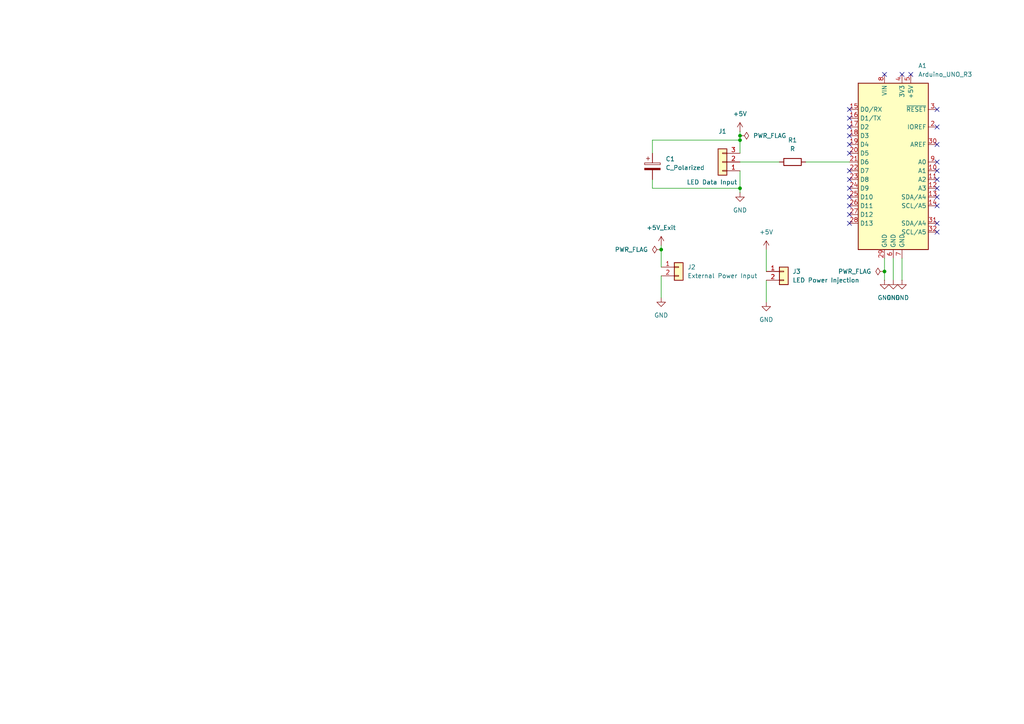
<source format=kicad_sch>
(kicad_sch
	(version 20250114)
	(generator "eeschema")
	(generator_version "9.0")
	(uuid "5495e0b6-ff8e-410d-bc4c-867af9123c48")
	(paper "A4")
	(lib_symbols
		(symbol "Connector_Generic:Conn_01x02"
			(pin_names
				(offset 1.016)
				(hide yes)
			)
			(exclude_from_sim no)
			(in_bom yes)
			(on_board yes)
			(property "Reference" "J"
				(at 0 2.54 0)
				(effects
					(font
						(size 1.27 1.27)
					)
				)
			)
			(property "Value" "Conn_01x02"
				(at 0 -5.08 0)
				(effects
					(font
						(size 1.27 1.27)
					)
				)
			)
			(property "Footprint" ""
				(at 0 0 0)
				(effects
					(font
						(size 1.27 1.27)
					)
					(hide yes)
				)
			)
			(property "Datasheet" "~"
				(at 0 0 0)
				(effects
					(font
						(size 1.27 1.27)
					)
					(hide yes)
				)
			)
			(property "Description" "Generic connector, single row, 01x02, script generated (kicad-library-utils/schlib/autogen/connector/)"
				(at 0 0 0)
				(effects
					(font
						(size 1.27 1.27)
					)
					(hide yes)
				)
			)
			(property "ki_keywords" "connector"
				(at 0 0 0)
				(effects
					(font
						(size 1.27 1.27)
					)
					(hide yes)
				)
			)
			(property "ki_fp_filters" "Connector*:*_1x??_*"
				(at 0 0 0)
				(effects
					(font
						(size 1.27 1.27)
					)
					(hide yes)
				)
			)
			(symbol "Conn_01x02_1_1"
				(rectangle
					(start -1.27 1.27)
					(end 1.27 -3.81)
					(stroke
						(width 0.254)
						(type default)
					)
					(fill
						(type background)
					)
				)
				(rectangle
					(start -1.27 0.127)
					(end 0 -0.127)
					(stroke
						(width 0.1524)
						(type default)
					)
					(fill
						(type none)
					)
				)
				(rectangle
					(start -1.27 -2.413)
					(end 0 -2.667)
					(stroke
						(width 0.1524)
						(type default)
					)
					(fill
						(type none)
					)
				)
				(pin passive line
					(at -5.08 0 0)
					(length 3.81)
					(name "Pin_1"
						(effects
							(font
								(size 1.27 1.27)
							)
						)
					)
					(number "1"
						(effects
							(font
								(size 1.27 1.27)
							)
						)
					)
				)
				(pin passive line
					(at -5.08 -2.54 0)
					(length 3.81)
					(name "Pin_2"
						(effects
							(font
								(size 1.27 1.27)
							)
						)
					)
					(number "2"
						(effects
							(font
								(size 1.27 1.27)
							)
						)
					)
				)
			)
			(embedded_fonts no)
		)
		(symbol "Connector_Generic:Conn_01x03"
			(pin_names
				(offset 1.016)
				(hide yes)
			)
			(exclude_from_sim no)
			(in_bom yes)
			(on_board yes)
			(property "Reference" "J"
				(at 0 5.08 0)
				(effects
					(font
						(size 1.27 1.27)
					)
				)
			)
			(property "Value" "Conn_01x03"
				(at 0 -5.08 0)
				(effects
					(font
						(size 1.27 1.27)
					)
				)
			)
			(property "Footprint" ""
				(at 0 0 0)
				(effects
					(font
						(size 1.27 1.27)
					)
					(hide yes)
				)
			)
			(property "Datasheet" "~"
				(at 0 0 0)
				(effects
					(font
						(size 1.27 1.27)
					)
					(hide yes)
				)
			)
			(property "Description" "Generic connector, single row, 01x03, script generated (kicad-library-utils/schlib/autogen/connector/)"
				(at 0 0 0)
				(effects
					(font
						(size 1.27 1.27)
					)
					(hide yes)
				)
			)
			(property "ki_keywords" "connector"
				(at 0 0 0)
				(effects
					(font
						(size 1.27 1.27)
					)
					(hide yes)
				)
			)
			(property "ki_fp_filters" "Connector*:*_1x??_*"
				(at 0 0 0)
				(effects
					(font
						(size 1.27 1.27)
					)
					(hide yes)
				)
			)
			(symbol "Conn_01x03_1_1"
				(rectangle
					(start -1.27 3.81)
					(end 1.27 -3.81)
					(stroke
						(width 0.254)
						(type default)
					)
					(fill
						(type background)
					)
				)
				(rectangle
					(start -1.27 2.667)
					(end 0 2.413)
					(stroke
						(width 0.1524)
						(type default)
					)
					(fill
						(type none)
					)
				)
				(rectangle
					(start -1.27 0.127)
					(end 0 -0.127)
					(stroke
						(width 0.1524)
						(type default)
					)
					(fill
						(type none)
					)
				)
				(rectangle
					(start -1.27 -2.413)
					(end 0 -2.667)
					(stroke
						(width 0.1524)
						(type default)
					)
					(fill
						(type none)
					)
				)
				(pin passive line
					(at -5.08 2.54 0)
					(length 3.81)
					(name "Pin_1"
						(effects
							(font
								(size 1.27 1.27)
							)
						)
					)
					(number "1"
						(effects
							(font
								(size 1.27 1.27)
							)
						)
					)
				)
				(pin passive line
					(at -5.08 0 0)
					(length 3.81)
					(name "Pin_2"
						(effects
							(font
								(size 1.27 1.27)
							)
						)
					)
					(number "2"
						(effects
							(font
								(size 1.27 1.27)
							)
						)
					)
				)
				(pin passive line
					(at -5.08 -2.54 0)
					(length 3.81)
					(name "Pin_3"
						(effects
							(font
								(size 1.27 1.27)
							)
						)
					)
					(number "3"
						(effects
							(font
								(size 1.27 1.27)
							)
						)
					)
				)
			)
			(embedded_fonts no)
		)
		(symbol "Device:C_Polarized"
			(pin_numbers
				(hide yes)
			)
			(pin_names
				(offset 0.254)
			)
			(exclude_from_sim no)
			(in_bom yes)
			(on_board yes)
			(property "Reference" "C"
				(at 0.635 2.54 0)
				(effects
					(font
						(size 1.27 1.27)
					)
					(justify left)
				)
			)
			(property "Value" "C_Polarized"
				(at 0.635 -2.54 0)
				(effects
					(font
						(size 1.27 1.27)
					)
					(justify left)
				)
			)
			(property "Footprint" ""
				(at 0.9652 -3.81 0)
				(effects
					(font
						(size 1.27 1.27)
					)
					(hide yes)
				)
			)
			(property "Datasheet" "~"
				(at 0 0 0)
				(effects
					(font
						(size 1.27 1.27)
					)
					(hide yes)
				)
			)
			(property "Description" "Polarized capacitor"
				(at 0 0 0)
				(effects
					(font
						(size 1.27 1.27)
					)
					(hide yes)
				)
			)
			(property "ki_keywords" "cap capacitor"
				(at 0 0 0)
				(effects
					(font
						(size 1.27 1.27)
					)
					(hide yes)
				)
			)
			(property "ki_fp_filters" "CP_*"
				(at 0 0 0)
				(effects
					(font
						(size 1.27 1.27)
					)
					(hide yes)
				)
			)
			(symbol "C_Polarized_0_1"
				(rectangle
					(start -2.286 0.508)
					(end 2.286 1.016)
					(stroke
						(width 0)
						(type default)
					)
					(fill
						(type none)
					)
				)
				(polyline
					(pts
						(xy -1.778 2.286) (xy -0.762 2.286)
					)
					(stroke
						(width 0)
						(type default)
					)
					(fill
						(type none)
					)
				)
				(polyline
					(pts
						(xy -1.27 2.794) (xy -1.27 1.778)
					)
					(stroke
						(width 0)
						(type default)
					)
					(fill
						(type none)
					)
				)
				(rectangle
					(start 2.286 -0.508)
					(end -2.286 -1.016)
					(stroke
						(width 0)
						(type default)
					)
					(fill
						(type outline)
					)
				)
			)
			(symbol "C_Polarized_1_1"
				(pin passive line
					(at 0 3.81 270)
					(length 2.794)
					(name "~"
						(effects
							(font
								(size 1.27 1.27)
							)
						)
					)
					(number "1"
						(effects
							(font
								(size 1.27 1.27)
							)
						)
					)
				)
				(pin passive line
					(at 0 -3.81 90)
					(length 2.794)
					(name "~"
						(effects
							(font
								(size 1.27 1.27)
							)
						)
					)
					(number "2"
						(effects
							(font
								(size 1.27 1.27)
							)
						)
					)
				)
			)
			(embedded_fonts no)
		)
		(symbol "Device:R"
			(pin_numbers
				(hide yes)
			)
			(pin_names
				(offset 0)
			)
			(exclude_from_sim no)
			(in_bom yes)
			(on_board yes)
			(property "Reference" "R"
				(at 2.032 0 90)
				(effects
					(font
						(size 1.27 1.27)
					)
				)
			)
			(property "Value" "R"
				(at 0 0 90)
				(effects
					(font
						(size 1.27 1.27)
					)
				)
			)
			(property "Footprint" ""
				(at -1.778 0 90)
				(effects
					(font
						(size 1.27 1.27)
					)
					(hide yes)
				)
			)
			(property "Datasheet" "~"
				(at 0 0 0)
				(effects
					(font
						(size 1.27 1.27)
					)
					(hide yes)
				)
			)
			(property "Description" "Resistor"
				(at 0 0 0)
				(effects
					(font
						(size 1.27 1.27)
					)
					(hide yes)
				)
			)
			(property "ki_keywords" "R res resistor"
				(at 0 0 0)
				(effects
					(font
						(size 1.27 1.27)
					)
					(hide yes)
				)
			)
			(property "ki_fp_filters" "R_*"
				(at 0 0 0)
				(effects
					(font
						(size 1.27 1.27)
					)
					(hide yes)
				)
			)
			(symbol "R_0_1"
				(rectangle
					(start -1.016 -2.54)
					(end 1.016 2.54)
					(stroke
						(width 0.254)
						(type default)
					)
					(fill
						(type none)
					)
				)
			)
			(symbol "R_1_1"
				(pin passive line
					(at 0 3.81 270)
					(length 1.27)
					(name "~"
						(effects
							(font
								(size 1.27 1.27)
							)
						)
					)
					(number "1"
						(effects
							(font
								(size 1.27 1.27)
							)
						)
					)
				)
				(pin passive line
					(at 0 -3.81 90)
					(length 1.27)
					(name "~"
						(effects
							(font
								(size 1.27 1.27)
							)
						)
					)
					(number "2"
						(effects
							(font
								(size 1.27 1.27)
							)
						)
					)
				)
			)
			(embedded_fonts no)
		)
		(symbol "MCU_Module:Arduino_UNO_R3"
			(exclude_from_sim no)
			(in_bom yes)
			(on_board yes)
			(property "Reference" "A"
				(at -10.16 23.495 0)
				(effects
					(font
						(size 1.27 1.27)
					)
					(justify left bottom)
				)
			)
			(property "Value" "Arduino_UNO_R3"
				(at 5.08 -26.67 0)
				(effects
					(font
						(size 1.27 1.27)
					)
					(justify left top)
				)
			)
			(property "Footprint" "Module:Arduino_UNO_R3"
				(at 0 0 0)
				(effects
					(font
						(size 1.27 1.27)
						(italic yes)
					)
					(hide yes)
				)
			)
			(property "Datasheet" "https://www.arduino.cc/en/Main/arduinoBoardUno"
				(at 0 0 0)
				(effects
					(font
						(size 1.27 1.27)
					)
					(hide yes)
				)
			)
			(property "Description" "Arduino UNO Microcontroller Module, release 3"
				(at 0 0 0)
				(effects
					(font
						(size 1.27 1.27)
					)
					(hide yes)
				)
			)
			(property "ki_keywords" "Arduino UNO R3 Microcontroller Module Atmel AVR USB"
				(at 0 0 0)
				(effects
					(font
						(size 1.27 1.27)
					)
					(hide yes)
				)
			)
			(property "ki_fp_filters" "Arduino*UNO*R3*"
				(at 0 0 0)
				(effects
					(font
						(size 1.27 1.27)
					)
					(hide yes)
				)
			)
			(symbol "Arduino_UNO_R3_0_1"
				(rectangle
					(start -10.16 22.86)
					(end 10.16 -25.4)
					(stroke
						(width 0.254)
						(type default)
					)
					(fill
						(type background)
					)
				)
			)
			(symbol "Arduino_UNO_R3_1_1"
				(pin bidirectional line
					(at -12.7 15.24 0)
					(length 2.54)
					(name "D0/RX"
						(effects
							(font
								(size 1.27 1.27)
							)
						)
					)
					(number "15"
						(effects
							(font
								(size 1.27 1.27)
							)
						)
					)
				)
				(pin bidirectional line
					(at -12.7 12.7 0)
					(length 2.54)
					(name "D1/TX"
						(effects
							(font
								(size 1.27 1.27)
							)
						)
					)
					(number "16"
						(effects
							(font
								(size 1.27 1.27)
							)
						)
					)
				)
				(pin bidirectional line
					(at -12.7 10.16 0)
					(length 2.54)
					(name "D2"
						(effects
							(font
								(size 1.27 1.27)
							)
						)
					)
					(number "17"
						(effects
							(font
								(size 1.27 1.27)
							)
						)
					)
				)
				(pin bidirectional line
					(at -12.7 7.62 0)
					(length 2.54)
					(name "D3"
						(effects
							(font
								(size 1.27 1.27)
							)
						)
					)
					(number "18"
						(effects
							(font
								(size 1.27 1.27)
							)
						)
					)
				)
				(pin bidirectional line
					(at -12.7 5.08 0)
					(length 2.54)
					(name "D4"
						(effects
							(font
								(size 1.27 1.27)
							)
						)
					)
					(number "19"
						(effects
							(font
								(size 1.27 1.27)
							)
						)
					)
				)
				(pin bidirectional line
					(at -12.7 2.54 0)
					(length 2.54)
					(name "D5"
						(effects
							(font
								(size 1.27 1.27)
							)
						)
					)
					(number "20"
						(effects
							(font
								(size 1.27 1.27)
							)
						)
					)
				)
				(pin bidirectional line
					(at -12.7 0 0)
					(length 2.54)
					(name "D6"
						(effects
							(font
								(size 1.27 1.27)
							)
						)
					)
					(number "21"
						(effects
							(font
								(size 1.27 1.27)
							)
						)
					)
				)
				(pin bidirectional line
					(at -12.7 -2.54 0)
					(length 2.54)
					(name "D7"
						(effects
							(font
								(size 1.27 1.27)
							)
						)
					)
					(number "22"
						(effects
							(font
								(size 1.27 1.27)
							)
						)
					)
				)
				(pin bidirectional line
					(at -12.7 -5.08 0)
					(length 2.54)
					(name "D8"
						(effects
							(font
								(size 1.27 1.27)
							)
						)
					)
					(number "23"
						(effects
							(font
								(size 1.27 1.27)
							)
						)
					)
				)
				(pin bidirectional line
					(at -12.7 -7.62 0)
					(length 2.54)
					(name "D9"
						(effects
							(font
								(size 1.27 1.27)
							)
						)
					)
					(number "24"
						(effects
							(font
								(size 1.27 1.27)
							)
						)
					)
				)
				(pin bidirectional line
					(at -12.7 -10.16 0)
					(length 2.54)
					(name "D10"
						(effects
							(font
								(size 1.27 1.27)
							)
						)
					)
					(number "25"
						(effects
							(font
								(size 1.27 1.27)
							)
						)
					)
				)
				(pin bidirectional line
					(at -12.7 -12.7 0)
					(length 2.54)
					(name "D11"
						(effects
							(font
								(size 1.27 1.27)
							)
						)
					)
					(number "26"
						(effects
							(font
								(size 1.27 1.27)
							)
						)
					)
				)
				(pin bidirectional line
					(at -12.7 -15.24 0)
					(length 2.54)
					(name "D12"
						(effects
							(font
								(size 1.27 1.27)
							)
						)
					)
					(number "27"
						(effects
							(font
								(size 1.27 1.27)
							)
						)
					)
				)
				(pin bidirectional line
					(at -12.7 -17.78 0)
					(length 2.54)
					(name "D13"
						(effects
							(font
								(size 1.27 1.27)
							)
						)
					)
					(number "28"
						(effects
							(font
								(size 1.27 1.27)
							)
						)
					)
				)
				(pin no_connect line
					(at -10.16 -20.32 0)
					(length 2.54)
					(hide yes)
					(name "NC"
						(effects
							(font
								(size 1.27 1.27)
							)
						)
					)
					(number "1"
						(effects
							(font
								(size 1.27 1.27)
							)
						)
					)
				)
				(pin power_in line
					(at -2.54 25.4 270)
					(length 2.54)
					(name "VIN"
						(effects
							(font
								(size 1.27 1.27)
							)
						)
					)
					(number "8"
						(effects
							(font
								(size 1.27 1.27)
							)
						)
					)
				)
				(pin power_in line
					(at -2.54 -27.94 90)
					(length 2.54)
					(name "GND"
						(effects
							(font
								(size 1.27 1.27)
							)
						)
					)
					(number "29"
						(effects
							(font
								(size 1.27 1.27)
							)
						)
					)
				)
				(pin power_in line
					(at 0 -27.94 90)
					(length 2.54)
					(name "GND"
						(effects
							(font
								(size 1.27 1.27)
							)
						)
					)
					(number "6"
						(effects
							(font
								(size 1.27 1.27)
							)
						)
					)
				)
				(pin power_out line
					(at 2.54 25.4 270)
					(length 2.54)
					(name "3V3"
						(effects
							(font
								(size 1.27 1.27)
							)
						)
					)
					(number "4"
						(effects
							(font
								(size 1.27 1.27)
							)
						)
					)
				)
				(pin power_in line
					(at 2.54 -27.94 90)
					(length 2.54)
					(name "GND"
						(effects
							(font
								(size 1.27 1.27)
							)
						)
					)
					(number "7"
						(effects
							(font
								(size 1.27 1.27)
							)
						)
					)
				)
				(pin power_out line
					(at 5.08 25.4 270)
					(length 2.54)
					(name "+5V"
						(effects
							(font
								(size 1.27 1.27)
							)
						)
					)
					(number "5"
						(effects
							(font
								(size 1.27 1.27)
							)
						)
					)
				)
				(pin input line
					(at 12.7 15.24 180)
					(length 2.54)
					(name "~{RESET}"
						(effects
							(font
								(size 1.27 1.27)
							)
						)
					)
					(number "3"
						(effects
							(font
								(size 1.27 1.27)
							)
						)
					)
				)
				(pin output line
					(at 12.7 10.16 180)
					(length 2.54)
					(name "IOREF"
						(effects
							(font
								(size 1.27 1.27)
							)
						)
					)
					(number "2"
						(effects
							(font
								(size 1.27 1.27)
							)
						)
					)
				)
				(pin input line
					(at 12.7 5.08 180)
					(length 2.54)
					(name "AREF"
						(effects
							(font
								(size 1.27 1.27)
							)
						)
					)
					(number "30"
						(effects
							(font
								(size 1.27 1.27)
							)
						)
					)
				)
				(pin bidirectional line
					(at 12.7 0 180)
					(length 2.54)
					(name "A0"
						(effects
							(font
								(size 1.27 1.27)
							)
						)
					)
					(number "9"
						(effects
							(font
								(size 1.27 1.27)
							)
						)
					)
				)
				(pin bidirectional line
					(at 12.7 -2.54 180)
					(length 2.54)
					(name "A1"
						(effects
							(font
								(size 1.27 1.27)
							)
						)
					)
					(number "10"
						(effects
							(font
								(size 1.27 1.27)
							)
						)
					)
				)
				(pin bidirectional line
					(at 12.7 -5.08 180)
					(length 2.54)
					(name "A2"
						(effects
							(font
								(size 1.27 1.27)
							)
						)
					)
					(number "11"
						(effects
							(font
								(size 1.27 1.27)
							)
						)
					)
				)
				(pin bidirectional line
					(at 12.7 -7.62 180)
					(length 2.54)
					(name "A3"
						(effects
							(font
								(size 1.27 1.27)
							)
						)
					)
					(number "12"
						(effects
							(font
								(size 1.27 1.27)
							)
						)
					)
				)
				(pin bidirectional line
					(at 12.7 -10.16 180)
					(length 2.54)
					(name "SDA/A4"
						(effects
							(font
								(size 1.27 1.27)
							)
						)
					)
					(number "13"
						(effects
							(font
								(size 1.27 1.27)
							)
						)
					)
				)
				(pin bidirectional line
					(at 12.7 -12.7 180)
					(length 2.54)
					(name "SCL/A5"
						(effects
							(font
								(size 1.27 1.27)
							)
						)
					)
					(number "14"
						(effects
							(font
								(size 1.27 1.27)
							)
						)
					)
				)
				(pin bidirectional line
					(at 12.7 -17.78 180)
					(length 2.54)
					(name "SDA/A4"
						(effects
							(font
								(size 1.27 1.27)
							)
						)
					)
					(number "31"
						(effects
							(font
								(size 1.27 1.27)
							)
						)
					)
				)
				(pin bidirectional line
					(at 12.7 -20.32 180)
					(length 2.54)
					(name "SCL/A5"
						(effects
							(font
								(size 1.27 1.27)
							)
						)
					)
					(number "32"
						(effects
							(font
								(size 1.27 1.27)
							)
						)
					)
				)
			)
			(embedded_fonts no)
		)
		(symbol "power:+5V"
			(power)
			(pin_numbers
				(hide yes)
			)
			(pin_names
				(offset 0)
				(hide yes)
			)
			(exclude_from_sim no)
			(in_bom yes)
			(on_board yes)
			(property "Reference" "#PWR"
				(at 0 -3.81 0)
				(effects
					(font
						(size 1.27 1.27)
					)
					(hide yes)
				)
			)
			(property "Value" "+5V"
				(at 0 3.556 0)
				(effects
					(font
						(size 1.27 1.27)
					)
				)
			)
			(property "Footprint" ""
				(at 0 0 0)
				(effects
					(font
						(size 1.27 1.27)
					)
					(hide yes)
				)
			)
			(property "Datasheet" ""
				(at 0 0 0)
				(effects
					(font
						(size 1.27 1.27)
					)
					(hide yes)
				)
			)
			(property "Description" "Power symbol creates a global label with name \"+5V\""
				(at 0 0 0)
				(effects
					(font
						(size 1.27 1.27)
					)
					(hide yes)
				)
			)
			(property "ki_keywords" "global power"
				(at 0 0 0)
				(effects
					(font
						(size 1.27 1.27)
					)
					(hide yes)
				)
			)
			(symbol "+5V_0_1"
				(polyline
					(pts
						(xy -0.762 1.27) (xy 0 2.54)
					)
					(stroke
						(width 0)
						(type default)
					)
					(fill
						(type none)
					)
				)
				(polyline
					(pts
						(xy 0 2.54) (xy 0.762 1.27)
					)
					(stroke
						(width 0)
						(type default)
					)
					(fill
						(type none)
					)
				)
				(polyline
					(pts
						(xy 0 0) (xy 0 2.54)
					)
					(stroke
						(width 0)
						(type default)
					)
					(fill
						(type none)
					)
				)
			)
			(symbol "+5V_1_1"
				(pin power_in line
					(at 0 0 90)
					(length 0)
					(name "~"
						(effects
							(font
								(size 1.27 1.27)
							)
						)
					)
					(number "1"
						(effects
							(font
								(size 1.27 1.27)
							)
						)
					)
				)
			)
			(embedded_fonts no)
		)
		(symbol "power:GND"
			(power)
			(pin_numbers
				(hide yes)
			)
			(pin_names
				(offset 0)
				(hide yes)
			)
			(exclude_from_sim no)
			(in_bom yes)
			(on_board yes)
			(property "Reference" "#PWR"
				(at 0 -6.35 0)
				(effects
					(font
						(size 1.27 1.27)
					)
					(hide yes)
				)
			)
			(property "Value" "GND"
				(at 0 -3.81 0)
				(effects
					(font
						(size 1.27 1.27)
					)
				)
			)
			(property "Footprint" ""
				(at 0 0 0)
				(effects
					(font
						(size 1.27 1.27)
					)
					(hide yes)
				)
			)
			(property "Datasheet" ""
				(at 0 0 0)
				(effects
					(font
						(size 1.27 1.27)
					)
					(hide yes)
				)
			)
			(property "Description" "Power symbol creates a global label with name \"GND\" , ground"
				(at 0 0 0)
				(effects
					(font
						(size 1.27 1.27)
					)
					(hide yes)
				)
			)
			(property "ki_keywords" "global power"
				(at 0 0 0)
				(effects
					(font
						(size 1.27 1.27)
					)
					(hide yes)
				)
			)
			(symbol "GND_0_1"
				(polyline
					(pts
						(xy 0 0) (xy 0 -1.27) (xy 1.27 -1.27) (xy 0 -2.54) (xy -1.27 -1.27) (xy 0 -1.27)
					)
					(stroke
						(width 0)
						(type default)
					)
					(fill
						(type none)
					)
				)
			)
			(symbol "GND_1_1"
				(pin power_in line
					(at 0 0 270)
					(length 0)
					(name "~"
						(effects
							(font
								(size 1.27 1.27)
							)
						)
					)
					(number "1"
						(effects
							(font
								(size 1.27 1.27)
							)
						)
					)
				)
			)
			(embedded_fonts no)
		)
		(symbol "power:PWR_FLAG"
			(power)
			(pin_numbers
				(hide yes)
			)
			(pin_names
				(offset 0)
				(hide yes)
			)
			(exclude_from_sim no)
			(in_bom yes)
			(on_board yes)
			(property "Reference" "#FLG"
				(at 0 1.905 0)
				(effects
					(font
						(size 1.27 1.27)
					)
					(hide yes)
				)
			)
			(property "Value" "PWR_FLAG"
				(at 0 3.81 0)
				(effects
					(font
						(size 1.27 1.27)
					)
				)
			)
			(property "Footprint" ""
				(at 0 0 0)
				(effects
					(font
						(size 1.27 1.27)
					)
					(hide yes)
				)
			)
			(property "Datasheet" "~"
				(at 0 0 0)
				(effects
					(font
						(size 1.27 1.27)
					)
					(hide yes)
				)
			)
			(property "Description" "Special symbol for telling ERC where power comes from"
				(at 0 0 0)
				(effects
					(font
						(size 1.27 1.27)
					)
					(hide yes)
				)
			)
			(property "ki_keywords" "flag power"
				(at 0 0 0)
				(effects
					(font
						(size 1.27 1.27)
					)
					(hide yes)
				)
			)
			(symbol "PWR_FLAG_0_0"
				(pin power_out line
					(at 0 0 90)
					(length 0)
					(name "~"
						(effects
							(font
								(size 1.27 1.27)
							)
						)
					)
					(number "1"
						(effects
							(font
								(size 1.27 1.27)
							)
						)
					)
				)
			)
			(symbol "PWR_FLAG_0_1"
				(polyline
					(pts
						(xy 0 0) (xy 0 1.27) (xy -1.016 1.905) (xy 0 2.54) (xy 1.016 1.905) (xy 0 1.27)
					)
					(stroke
						(width 0)
						(type default)
					)
					(fill
						(type none)
					)
				)
			)
			(embedded_fonts no)
		)
	)
	(junction
		(at 191.77 72.39)
		(diameter 0)
		(color 0 0 0 0)
		(uuid "4cc12075-a339-4119-b2fd-17f9a6365591")
	)
	(junction
		(at 214.63 54.61)
		(diameter 0)
		(color 0 0 0 0)
		(uuid "5de1a3e3-9cdb-4c68-9630-951fc7ee55e8")
	)
	(junction
		(at 214.63 39.37)
		(diameter 0)
		(color 0 0 0 0)
		(uuid "b6c573e9-4f5e-45db-913c-feb0fb8198d6")
	)
	(junction
		(at 256.54 78.74)
		(diameter 0)
		(color 0 0 0 0)
		(uuid "c5edbc32-ca05-49dc-aeb1-1debef2fe49f")
	)
	(junction
		(at 214.63 40.64)
		(diameter 0)
		(color 0 0 0 0)
		(uuid "d5014609-754d-440a-b091-704f1a8931fa")
	)
	(no_connect
		(at 246.38 44.45)
		(uuid "103de61d-f228-4021-aef5-7afc520ea51f")
	)
	(no_connect
		(at 271.78 67.31)
		(uuid "112fd17e-5c7a-4ad0-90a6-389ee2e772cf")
	)
	(no_connect
		(at 246.38 54.61)
		(uuid "1284bea3-4165-4ce5-a78d-f388826c8326")
	)
	(no_connect
		(at 246.38 34.29)
		(uuid "12fa56f0-7b3d-4047-b821-92b00231dbe7")
	)
	(no_connect
		(at 246.38 49.53)
		(uuid "2dc2abd3-b56d-4f2a-97a2-12b01ffde61a")
	)
	(no_connect
		(at 271.78 36.83)
		(uuid "45615277-80da-4926-a29c-302e19d2ebc6")
	)
	(no_connect
		(at 264.16 21.59)
		(uuid "47420e32-17f2-4fd9-acb4-470aa8704c2d")
	)
	(no_connect
		(at 271.78 46.99)
		(uuid "4a650c5b-a54f-4a26-9613-e134ef6423ed")
	)
	(no_connect
		(at 271.78 41.91)
		(uuid "5ced8045-53b9-407e-b161-09a9624013fa")
	)
	(no_connect
		(at 246.38 52.07)
		(uuid "65211679-8b7d-4f17-9a76-0eaf5754af4f")
	)
	(no_connect
		(at 246.38 39.37)
		(uuid "6e0e5f8e-a493-4087-be4d-e3d8e865436a")
	)
	(no_connect
		(at 271.78 59.69)
		(uuid "89f18489-c3a6-45cd-952a-c836927a053a")
	)
	(no_connect
		(at 246.38 57.15)
		(uuid "8dd24d4d-6bc5-441d-b8ae-ca4c48a7d1c8")
	)
	(no_connect
		(at 271.78 64.77)
		(uuid "8edd5862-349f-4a82-90b3-7a08b30f611d")
	)
	(no_connect
		(at 246.38 62.23)
		(uuid "90dd4e43-b242-4a2e-99c2-9c1e4e2deedd")
	)
	(no_connect
		(at 271.78 52.07)
		(uuid "9dbc7870-bd22-4c41-a203-9f2a08fce127")
	)
	(no_connect
		(at 261.62 21.59)
		(uuid "a2230d55-a4d3-4821-93dd-4cf9ec91d3c5")
	)
	(no_connect
		(at 246.38 59.69)
		(uuid "c43e4cd0-dae9-42e8-bb7e-dddc4e3ba858")
	)
	(no_connect
		(at 271.78 57.15)
		(uuid "d2d2829e-e02c-494c-907e-62bbf8f0fcc7")
	)
	(no_connect
		(at 246.38 31.75)
		(uuid "d9a88585-6268-4b29-b63c-7ec75f26ae8b")
	)
	(no_connect
		(at 246.38 41.91)
		(uuid "dd3e7e3b-d46f-462a-9737-894a5adccc96")
	)
	(no_connect
		(at 271.78 31.75)
		(uuid "ddaea828-01aa-4116-a6c5-8db210b49f08")
	)
	(no_connect
		(at 271.78 49.53)
		(uuid "e50237a9-bc74-4eb2-9c88-13887284113a")
	)
	(no_connect
		(at 246.38 64.77)
		(uuid "e9cd2b8b-0995-40c3-bb84-3eb0ae5a9fe7")
	)
	(no_connect
		(at 271.78 54.61)
		(uuid "ebaafe96-c49e-4bba-abf1-8ef1d7e3ec10")
	)
	(no_connect
		(at 246.38 36.83)
		(uuid "f4d947ab-1583-492d-98f0-f6514a27b2c8")
	)
	(no_connect
		(at 256.54 21.59)
		(uuid "f8f69d56-07ad-44b5-b04a-4a87880ad11c")
	)
	(wire
		(pts
			(xy 189.23 40.64) (xy 189.23 44.45)
		)
		(stroke
			(width 0)
			(type default)
		)
		(uuid "2732ef2d-a939-4f30-a45e-378f00ef2fdd")
	)
	(wire
		(pts
			(xy 189.23 52.07) (xy 189.23 54.61)
		)
		(stroke
			(width 0)
			(type default)
		)
		(uuid "40895a8b-0982-457d-b13a-7c30a69b0dc0")
	)
	(wire
		(pts
			(xy 256.54 74.93) (xy 256.54 78.74)
		)
		(stroke
			(width 0)
			(type default)
		)
		(uuid "4acf222a-3261-4a4f-b06b-f404692ece12")
	)
	(wire
		(pts
			(xy 214.63 46.99) (xy 226.06 46.99)
		)
		(stroke
			(width 0)
			(type default)
		)
		(uuid "4d8f04c1-9131-441b-8966-6dfab80d8caf")
	)
	(wire
		(pts
			(xy 191.77 71.12) (xy 191.77 72.39)
		)
		(stroke
			(width 0)
			(type default)
		)
		(uuid "5318a505-6bda-4eb8-9282-79e2d566d310")
	)
	(wire
		(pts
			(xy 214.63 49.53) (xy 214.63 54.61)
		)
		(stroke
			(width 0)
			(type default)
		)
		(uuid "7b568c1d-0aa9-405c-aeaa-d6af2272904b")
	)
	(wire
		(pts
			(xy 256.54 78.74) (xy 256.54 81.28)
		)
		(stroke
			(width 0)
			(type default)
		)
		(uuid "983167d8-0ea3-4c29-98bc-31d925c49c61")
	)
	(wire
		(pts
			(xy 189.23 54.61) (xy 214.63 54.61)
		)
		(stroke
			(width 0)
			(type default)
		)
		(uuid "9dc3ee43-bb04-4dfd-b2b0-038125798aa8")
	)
	(wire
		(pts
			(xy 214.63 54.61) (xy 214.63 55.88)
		)
		(stroke
			(width 0)
			(type default)
		)
		(uuid "b560728e-82b3-46a7-8c1a-01ca97eb73ec")
	)
	(wire
		(pts
			(xy 222.25 81.28) (xy 222.25 87.63)
		)
		(stroke
			(width 0)
			(type default)
		)
		(uuid "c00293e1-311b-4522-b074-79799b1a6933")
	)
	(wire
		(pts
			(xy 214.63 40.64) (xy 189.23 40.64)
		)
		(stroke
			(width 0)
			(type default)
		)
		(uuid "c0f33579-50d7-4598-872f-33933d882a17")
	)
	(wire
		(pts
			(xy 261.62 74.93) (xy 261.62 81.28)
		)
		(stroke
			(width 0)
			(type default)
		)
		(uuid "c5fda3d2-133b-4d64-8255-2d30a507684c")
	)
	(wire
		(pts
			(xy 191.77 72.39) (xy 191.77 77.47)
		)
		(stroke
			(width 0)
			(type default)
		)
		(uuid "c8390960-1454-4c93-a747-33debc1b763b")
	)
	(wire
		(pts
			(xy 259.08 74.93) (xy 259.08 81.28)
		)
		(stroke
			(width 0)
			(type default)
		)
		(uuid "cc844879-de6c-4d1e-9742-27a2b083c2b3")
	)
	(wire
		(pts
			(xy 214.63 39.37) (xy 214.63 40.64)
		)
		(stroke
			(width 0)
			(type default)
		)
		(uuid "da1dcb16-cd15-41c7-9d42-51d13edc094f")
	)
	(wire
		(pts
			(xy 214.63 40.64) (xy 214.63 44.45)
		)
		(stroke
			(width 0)
			(type default)
		)
		(uuid "de50924a-1b2e-4868-b5f5-0f51f9b0ea5b")
	)
	(wire
		(pts
			(xy 214.63 38.1) (xy 214.63 39.37)
		)
		(stroke
			(width 0)
			(type default)
		)
		(uuid "de6c5b5a-401b-40cc-84c4-0265e0d90ccf")
	)
	(wire
		(pts
			(xy 191.77 80.01) (xy 191.77 86.36)
		)
		(stroke
			(width 0)
			(type default)
		)
		(uuid "de883461-bae2-4995-9cc8-e0a2459cddc3")
	)
	(wire
		(pts
			(xy 222.25 72.39) (xy 222.25 78.74)
		)
		(stroke
			(width 0)
			(type default)
		)
		(uuid "fc75574b-001d-4fb2-a802-c15ccd402586")
	)
	(wire
		(pts
			(xy 233.68 46.99) (xy 246.38 46.99)
		)
		(stroke
			(width 0)
			(type default)
		)
		(uuid "fd1fb96c-fcf4-4de2-8678-05bdbd0f9130")
	)
	(symbol
		(lib_id "Connector_Generic:Conn_01x02")
		(at 196.85 77.47 0)
		(unit 1)
		(exclude_from_sim no)
		(in_bom yes)
		(on_board yes)
		(dnp no)
		(fields_autoplaced yes)
		(uuid "16566884-2b7f-46c2-ba29-0cc42110cb61")
		(property "Reference" "J2"
			(at 199.39 77.4699 0)
			(effects
				(font
					(size 1.27 1.27)
				)
				(justify left)
			)
		)
		(property "Value" "External Power Input"
			(at 199.39 80.0099 0)
			(effects
				(font
					(size 1.27 1.27)
				)
				(justify left)
			)
		)
		(property "Footprint" "TerminalBlock_Phoenix:TerminalBlock_Phoenix_MKDS-1,5-2_1x02_P5.00mm_Horizontal"
			(at 196.85 77.47 0)
			(effects
				(font
					(size 1.27 1.27)
				)
				(hide yes)
			)
		)
		(property "Datasheet" "~"
			(at 196.85 77.47 0)
			(effects
				(font
					(size 1.27 1.27)
				)
				(hide yes)
			)
		)
		(property "Description" "Generic connector, single row, 01x02, script generated (kicad-library-utils/schlib/autogen/connector/)"
			(at 196.85 77.47 0)
			(effects
				(font
					(size 1.27 1.27)
				)
				(hide yes)
			)
		)
		(pin "1"
			(uuid "c2aa7906-6cf5-4497-904e-53fd27119fe7")
		)
		(pin "2"
			(uuid "81db2c82-3ee3-423b-acc7-a33338e427a3")
		)
		(instances
			(project ""
				(path "/5495e0b6-ff8e-410d-bc4c-867af9123c48"
					(reference "J2")
					(unit 1)
				)
			)
		)
	)
	(symbol
		(lib_id "power:PWR_FLAG")
		(at 191.77 72.39 90)
		(unit 1)
		(exclude_from_sim no)
		(in_bom yes)
		(on_board yes)
		(dnp no)
		(fields_autoplaced yes)
		(uuid "173b22c8-96bd-42f5-8247-2f82738ad65e")
		(property "Reference" "#FLG02"
			(at 189.865 72.39 0)
			(effects
				(font
					(size 1.27 1.27)
				)
				(hide yes)
			)
		)
		(property "Value" "PWR_FLAG"
			(at 187.96 72.3899 90)
			(effects
				(font
					(size 1.27 1.27)
				)
				(justify left)
			)
		)
		(property "Footprint" ""
			(at 191.77 72.39 0)
			(effects
				(font
					(size 1.27 1.27)
				)
				(hide yes)
			)
		)
		(property "Datasheet" "~"
			(at 191.77 72.39 0)
			(effects
				(font
					(size 1.27 1.27)
				)
				(hide yes)
			)
		)
		(property "Description" "Special symbol for telling ERC where power comes from"
			(at 191.77 72.39 0)
			(effects
				(font
					(size 1.27 1.27)
				)
				(hide yes)
			)
		)
		(pin "1"
			(uuid "1dee378f-6c13-491d-8f3b-a6c873277521")
		)
		(instances
			(project ""
				(path "/5495e0b6-ff8e-410d-bc4c-867af9123c48"
					(reference "#FLG02")
					(unit 1)
				)
			)
		)
	)
	(symbol
		(lib_id "power:PWR_FLAG")
		(at 256.54 78.74 90)
		(unit 1)
		(exclude_from_sim no)
		(in_bom yes)
		(on_board yes)
		(dnp no)
		(fields_autoplaced yes)
		(uuid "210b4786-f2cb-4715-89ec-9ecac031aa05")
		(property "Reference" "#FLG01"
			(at 254.635 78.74 0)
			(effects
				(font
					(size 1.27 1.27)
				)
				(hide yes)
			)
		)
		(property "Value" "PWR_FLAG"
			(at 252.73 78.7399 90)
			(effects
				(font
					(size 1.27 1.27)
				)
				(justify left)
			)
		)
		(property "Footprint" ""
			(at 256.54 78.74 0)
			(effects
				(font
					(size 1.27 1.27)
				)
				(hide yes)
			)
		)
		(property "Datasheet" "~"
			(at 256.54 78.74 0)
			(effects
				(font
					(size 1.27 1.27)
				)
				(hide yes)
			)
		)
		(property "Description" "Special symbol for telling ERC where power comes from"
			(at 256.54 78.74 0)
			(effects
				(font
					(size 1.27 1.27)
				)
				(hide yes)
			)
		)
		(pin "1"
			(uuid "1dee378f-6c13-491d-8f3b-a6c873277521")
		)
		(instances
			(project ""
				(path "/5495e0b6-ff8e-410d-bc4c-867af9123c48"
					(reference "#FLG01")
					(unit 1)
				)
			)
		)
	)
	(symbol
		(lib_id "power:GND")
		(at 222.25 87.63 0)
		(unit 1)
		(exclude_from_sim no)
		(in_bom yes)
		(on_board yes)
		(dnp no)
		(fields_autoplaced yes)
		(uuid "256ed2b5-2f7d-44c4-9565-3b1ecc4c4ba9")
		(property "Reference" "#PWR09"
			(at 222.25 93.98 0)
			(effects
				(font
					(size 1.27 1.27)
				)
				(hide yes)
			)
		)
		(property "Value" "GND"
			(at 222.25 92.71 0)
			(effects
				(font
					(size 1.27 1.27)
				)
			)
		)
		(property "Footprint" ""
			(at 222.25 87.63 0)
			(effects
				(font
					(size 1.27 1.27)
				)
				(hide yes)
			)
		)
		(property "Datasheet" ""
			(at 222.25 87.63 0)
			(effects
				(font
					(size 1.27 1.27)
				)
				(hide yes)
			)
		)
		(property "Description" "Power symbol creates a global label with name \"GND\" , ground"
			(at 222.25 87.63 0)
			(effects
				(font
					(size 1.27 1.27)
				)
				(hide yes)
			)
		)
		(pin "1"
			(uuid "a214419c-552a-4753-aee1-76d2e747e17e")
		)
		(instances
			(project "adressable leds"
				(path "/5495e0b6-ff8e-410d-bc4c-867af9123c48"
					(reference "#PWR09")
					(unit 1)
				)
			)
		)
	)
	(symbol
		(lib_id "power:GND")
		(at 261.62 81.28 0)
		(unit 1)
		(exclude_from_sim no)
		(in_bom yes)
		(on_board yes)
		(dnp no)
		(fields_autoplaced yes)
		(uuid "6d4e9d36-c328-4888-9e64-c426e553cb33")
		(property "Reference" "#PWR03"
			(at 261.62 87.63 0)
			(effects
				(font
					(size 1.27 1.27)
				)
				(hide yes)
			)
		)
		(property "Value" "GND"
			(at 261.62 86.36 0)
			(effects
				(font
					(size 1.27 1.27)
				)
			)
		)
		(property "Footprint" ""
			(at 261.62 81.28 0)
			(effects
				(font
					(size 1.27 1.27)
				)
				(hide yes)
			)
		)
		(property "Datasheet" ""
			(at 261.62 81.28 0)
			(effects
				(font
					(size 1.27 1.27)
				)
				(hide yes)
			)
		)
		(property "Description" "Power symbol creates a global label with name \"GND\" , ground"
			(at 261.62 81.28 0)
			(effects
				(font
					(size 1.27 1.27)
				)
				(hide yes)
			)
		)
		(pin "1"
			(uuid "0244b4be-2bda-4df0-9dd9-d154f7ddb4a5")
		)
		(instances
			(project "adressable leds"
				(path "/5495e0b6-ff8e-410d-bc4c-867af9123c48"
					(reference "#PWR03")
					(unit 1)
				)
			)
		)
	)
	(symbol
		(lib_id "Connector_Generic:Conn_01x02")
		(at 227.33 78.74 0)
		(unit 1)
		(exclude_from_sim no)
		(in_bom yes)
		(on_board yes)
		(dnp no)
		(fields_autoplaced yes)
		(uuid "71869693-f753-4308-9b08-4909d00d7629")
		(property "Reference" "J3"
			(at 229.87 78.7399 0)
			(effects
				(font
					(size 1.27 1.27)
				)
				(justify left)
			)
		)
		(property "Value" "LED Power Injection"
			(at 229.87 81.2799 0)
			(effects
				(font
					(size 1.27 1.27)
				)
				(justify left)
			)
		)
		(property "Footprint" "TerminalBlock_Phoenix:TerminalBlock_Phoenix_MKDS-1,5-2_1x02_P5.00mm_Horizontal"
			(at 227.33 78.74 0)
			(effects
				(font
					(size 1.27 1.27)
				)
				(hide yes)
			)
		)
		(property "Datasheet" "~"
			(at 227.33 78.74 0)
			(effects
				(font
					(size 1.27 1.27)
				)
				(hide yes)
			)
		)
		(property "Description" "Generic connector, single row, 01x02, script generated (kicad-library-utils/schlib/autogen/connector/)"
			(at 227.33 78.74 0)
			(effects
				(font
					(size 1.27 1.27)
				)
				(hide yes)
			)
		)
		(pin "1"
			(uuid "0dfaa4cc-143e-4292-9174-8ef8dd95da14")
		)
		(pin "2"
			(uuid "79a5bd8e-50aa-4224-9ae6-da77da637a41")
		)
		(instances
			(project "adressable leds"
				(path "/5495e0b6-ff8e-410d-bc4c-867af9123c48"
					(reference "J3")
					(unit 1)
				)
			)
		)
	)
	(symbol
		(lib_id "power:GND")
		(at 191.77 86.36 0)
		(unit 1)
		(exclude_from_sim no)
		(in_bom yes)
		(on_board yes)
		(dnp no)
		(fields_autoplaced yes)
		(uuid "79992015-a8ad-48b7-a5ca-672e342ee9ef")
		(property "Reference" "#PWR05"
			(at 191.77 92.71 0)
			(effects
				(font
					(size 1.27 1.27)
				)
				(hide yes)
			)
		)
		(property "Value" "GND"
			(at 191.77 91.44 0)
			(effects
				(font
					(size 1.27 1.27)
				)
			)
		)
		(property "Footprint" ""
			(at 191.77 86.36 0)
			(effects
				(font
					(size 1.27 1.27)
				)
				(hide yes)
			)
		)
		(property "Datasheet" ""
			(at 191.77 86.36 0)
			(effects
				(font
					(size 1.27 1.27)
				)
				(hide yes)
			)
		)
		(property "Description" "Power symbol creates a global label with name \"GND\" , ground"
			(at 191.77 86.36 0)
			(effects
				(font
					(size 1.27 1.27)
				)
				(hide yes)
			)
		)
		(pin "1"
			(uuid "b5e22bca-da4b-438b-9b95-41d5278f1153")
		)
		(instances
			(project "adressable leds"
				(path "/5495e0b6-ff8e-410d-bc4c-867af9123c48"
					(reference "#PWR05")
					(unit 1)
				)
			)
		)
	)
	(symbol
		(lib_id "power:PWR_FLAG")
		(at 214.63 39.37 270)
		(unit 1)
		(exclude_from_sim no)
		(in_bom yes)
		(on_board yes)
		(dnp no)
		(fields_autoplaced yes)
		(uuid "80150ce4-2fa4-429f-931d-40c3f220e2fb")
		(property "Reference" "#FLG03"
			(at 216.535 39.37 0)
			(effects
				(font
					(size 1.27 1.27)
				)
				(hide yes)
			)
		)
		(property "Value" "PWR_FLAG"
			(at 218.44 39.3699 90)
			(effects
				(font
					(size 1.27 1.27)
				)
				(justify left)
			)
		)
		(property "Footprint" ""
			(at 214.63 39.37 0)
			(effects
				(font
					(size 1.27 1.27)
				)
				(hide yes)
			)
		)
		(property "Datasheet" "~"
			(at 214.63 39.37 0)
			(effects
				(font
					(size 1.27 1.27)
				)
				(hide yes)
			)
		)
		(property "Description" "Special symbol for telling ERC where power comes from"
			(at 214.63 39.37 0)
			(effects
				(font
					(size 1.27 1.27)
				)
				(hide yes)
			)
		)
		(pin "1"
			(uuid "1dee378f-6c13-491d-8f3b-a6c873277521")
		)
		(instances
			(project ""
				(path "/5495e0b6-ff8e-410d-bc4c-867af9123c48"
					(reference "#FLG03")
					(unit 1)
				)
			)
		)
	)
	(symbol
		(lib_id "MCU_Module:Arduino_UNO_R3")
		(at 259.08 46.99 0)
		(unit 1)
		(exclude_from_sim no)
		(in_bom yes)
		(on_board yes)
		(dnp no)
		(fields_autoplaced yes)
		(uuid "8b1375a1-debe-485c-9eaa-283692982666")
		(property "Reference" "A1"
			(at 266.3033 19.05 0)
			(effects
				(font
					(size 1.27 1.27)
				)
				(justify left)
			)
		)
		(property "Value" "Arduino_UNO_R3"
			(at 266.3033 21.59 0)
			(effects
				(font
					(size 1.27 1.27)
				)
				(justify left)
			)
		)
		(property "Footprint" "Module:Arduino_UNO_R3"
			(at 259.08 46.99 0)
			(effects
				(font
					(size 1.27 1.27)
					(italic yes)
				)
				(hide yes)
			)
		)
		(property "Datasheet" "https://www.arduino.cc/en/Main/arduinoBoardUno"
			(at 259.08 46.99 0)
			(effects
				(font
					(size 1.27 1.27)
				)
				(hide yes)
			)
		)
		(property "Description" "Arduino UNO Microcontroller Module, release 3"
			(at 259.08 46.99 0)
			(effects
				(font
					(size 1.27 1.27)
				)
				(hide yes)
			)
		)
		(pin "24"
			(uuid "89723828-ce39-4858-8b21-4997ff846454")
		)
		(pin "25"
			(uuid "5c404613-78d8-4308-9a87-757587d5a10e")
		)
		(pin "30"
			(uuid "ab74b2a1-a451-4e35-89c4-9087e108e0a8")
		)
		(pin "6"
			(uuid "e6219df0-a914-4170-a2d9-9add75498cff")
		)
		(pin "13"
			(uuid "4358c921-0212-46ec-8c97-27c979acc465")
		)
		(pin "16"
			(uuid "4fc93b52-90e9-4d17-829f-6abcbe4b9b82")
		)
		(pin "17"
			(uuid "ff118399-e8c3-498e-8f20-aaeb1b37b872")
		)
		(pin "18"
			(uuid "cbb30e46-a727-4b93-8459-63e0ffe5ff08")
		)
		(pin "19"
			(uuid "5eadb761-fe64-4f37-82cd-b4357eff43ed")
		)
		(pin "27"
			(uuid "b752a1cb-c576-4711-9066-9e1626c6483d")
		)
		(pin "20"
			(uuid "985a3cd5-510b-45e5-88dc-6a9db438309b")
		)
		(pin "4"
			(uuid "d1b37eee-1578-4604-95a4-707fabc74d64")
		)
		(pin "29"
			(uuid "51586943-e546-4b5a-82f8-ef3ec7f4be5e")
		)
		(pin "5"
			(uuid "8d911e60-b748-41b4-95b4-b14c2f2ab1c6")
		)
		(pin "15"
			(uuid "dd30e184-aae3-41a6-afcc-b41740fbf9c1")
		)
		(pin "22"
			(uuid "fbadedf3-d1dd-4d1b-a601-89f1a8333a01")
		)
		(pin "23"
			(uuid "15bd31fe-9551-4fa0-b11c-5657c16a5e59")
		)
		(pin "26"
			(uuid "df08c333-5381-4b4e-825b-3b7576657f5e")
		)
		(pin "1"
			(uuid "06de1459-12ec-48ad-a62d-7acf22e6bcbf")
		)
		(pin "8"
			(uuid "b18fcc78-5669-4d3a-9aa0-18a07f678647")
		)
		(pin "2"
			(uuid "aad38fb6-7817-45e5-9993-721e0c9a843b")
		)
		(pin "3"
			(uuid "4db25898-e316-4a93-8e20-45955756b4be")
		)
		(pin "9"
			(uuid "a6ea7eb1-925b-4e25-a1d0-c7ebc9abc261")
		)
		(pin "28"
			(uuid "a3577ac5-772d-4ab2-a051-b09bb1258e80")
		)
		(pin "21"
			(uuid "7ce39d5b-76fc-4795-b28c-964fa239e781")
		)
		(pin "7"
			(uuid "eb99b484-e8b8-4a41-9d5c-5713edd6ff82")
		)
		(pin "10"
			(uuid "f4cd8b1a-8524-4533-8928-5aea6fdc36b6")
		)
		(pin "11"
			(uuid "0190cbf4-ae99-46b2-b0e4-ae0571029b93")
		)
		(pin "12"
			(uuid "b41c4192-854c-4a23-9683-4c726c1b0c81")
		)
		(pin "14"
			(uuid "f5ce6032-d963-4f69-8188-bf67c356688f")
		)
		(pin "32"
			(uuid "97c0beab-c6d1-4483-96dd-cf67a01077ca")
		)
		(pin "31"
			(uuid "864f74bf-2d52-42c1-8fdf-1fe5ad446502")
		)
		(instances
			(project ""
				(path "/5495e0b6-ff8e-410d-bc4c-867af9123c48"
					(reference "A1")
					(unit 1)
				)
			)
		)
	)
	(symbol
		(lib_id "power:+5V")
		(at 222.25 72.39 0)
		(unit 1)
		(exclude_from_sim no)
		(in_bom yes)
		(on_board yes)
		(dnp no)
		(fields_autoplaced yes)
		(uuid "9603fe9d-6d10-4da7-883b-faf881b35fab")
		(property "Reference" "#PWR011"
			(at 222.25 76.2 0)
			(effects
				(font
					(size 1.27 1.27)
				)
				(hide yes)
			)
		)
		(property "Value" "+5V"
			(at 222.25 67.31 0)
			(effects
				(font
					(size 1.27 1.27)
				)
			)
		)
		(property "Footprint" ""
			(at 222.25 72.39 0)
			(effects
				(font
					(size 1.27 1.27)
				)
				(hide yes)
			)
		)
		(property "Datasheet" ""
			(at 222.25 72.39 0)
			(effects
				(font
					(size 1.27 1.27)
				)
				(hide yes)
			)
		)
		(property "Description" "Power symbol creates a global label with name \"+5V\""
			(at 222.25 72.39 0)
			(effects
				(font
					(size 1.27 1.27)
				)
				(hide yes)
			)
		)
		(pin "1"
			(uuid "77dcab76-bc05-401b-a72d-2de0ee851185")
		)
		(instances
			(project "adressable leds"
				(path "/5495e0b6-ff8e-410d-bc4c-867af9123c48"
					(reference "#PWR011")
					(unit 1)
				)
			)
		)
	)
	(symbol
		(lib_id "power:GND")
		(at 259.08 81.28 0)
		(unit 1)
		(exclude_from_sim no)
		(in_bom yes)
		(on_board yes)
		(dnp no)
		(fields_autoplaced yes)
		(uuid "aae7cf63-ea12-4f1d-8c84-d4c23026c852")
		(property "Reference" "#PWR02"
			(at 259.08 87.63 0)
			(effects
				(font
					(size 1.27 1.27)
				)
				(hide yes)
			)
		)
		(property "Value" "GND"
			(at 259.08 86.36 0)
			(effects
				(font
					(size 1.27 1.27)
				)
			)
		)
		(property "Footprint" ""
			(at 259.08 81.28 0)
			(effects
				(font
					(size 1.27 1.27)
				)
				(hide yes)
			)
		)
		(property "Datasheet" ""
			(at 259.08 81.28 0)
			(effects
				(font
					(size 1.27 1.27)
				)
				(hide yes)
			)
		)
		(property "Description" "Power symbol creates a global label with name \"GND\" , ground"
			(at 259.08 81.28 0)
			(effects
				(font
					(size 1.27 1.27)
				)
				(hide yes)
			)
		)
		(pin "1"
			(uuid "fa5dd7f7-3d88-42e9-8d86-6c15b8fd3078")
		)
		(instances
			(project "adressable leds"
				(path "/5495e0b6-ff8e-410d-bc4c-867af9123c48"
					(reference "#PWR02")
					(unit 1)
				)
			)
		)
	)
	(symbol
		(lib_id "power:+5V")
		(at 214.63 38.1 0)
		(unit 1)
		(exclude_from_sim no)
		(in_bom yes)
		(on_board yes)
		(dnp no)
		(fields_autoplaced yes)
		(uuid "b346a3b9-839b-4c2d-8123-2f5ef43308cb")
		(property "Reference" "#PWR08"
			(at 214.63 41.91 0)
			(effects
				(font
					(size 1.27 1.27)
				)
				(hide yes)
			)
		)
		(property "Value" "+5V"
			(at 214.63 33.02 0)
			(effects
				(font
					(size 1.27 1.27)
				)
			)
		)
		(property "Footprint" ""
			(at 214.63 38.1 0)
			(effects
				(font
					(size 1.27 1.27)
				)
				(hide yes)
			)
		)
		(property "Datasheet" ""
			(at 214.63 38.1 0)
			(effects
				(font
					(size 1.27 1.27)
				)
				(hide yes)
			)
		)
		(property "Description" "Power symbol creates a global label with name \"+5V\""
			(at 214.63 38.1 0)
			(effects
				(font
					(size 1.27 1.27)
				)
				(hide yes)
			)
		)
		(pin "1"
			(uuid "49a592f2-c0aa-48c3-92da-34e9e4b2ebba")
		)
		(instances
			(project ""
				(path "/5495e0b6-ff8e-410d-bc4c-867af9123c48"
					(reference "#PWR08")
					(unit 1)
				)
			)
		)
	)
	(symbol
		(lib_id "Device:C_Polarized")
		(at 189.23 48.26 0)
		(unit 1)
		(exclude_from_sim no)
		(in_bom yes)
		(on_board yes)
		(dnp no)
		(fields_autoplaced yes)
		(uuid "b606e37c-8fb6-42f1-b83c-19dfddd1c3bc")
		(property "Reference" "C1"
			(at 193.04 46.1009 0)
			(effects
				(font
					(size 1.27 1.27)
				)
				(justify left)
			)
		)
		(property "Value" "C_Polarized"
			(at 193.04 48.6409 0)
			(effects
				(font
					(size 1.27 1.27)
				)
				(justify left)
			)
		)
		(property "Footprint" "Capacitor_THT:CP_Radial_D10.0mm_P5.00mm"
			(at 190.1952 52.07 0)
			(effects
				(font
					(size 1.27 1.27)
				)
				(hide yes)
			)
		)
		(property "Datasheet" "~"
			(at 189.23 48.26 0)
			(effects
				(font
					(size 1.27 1.27)
				)
				(hide yes)
			)
		)
		(property "Description" "Polarized capacitor"
			(at 189.23 48.26 0)
			(effects
				(font
					(size 1.27 1.27)
				)
				(hide yes)
			)
		)
		(pin "1"
			(uuid "f65818b2-06b4-484b-9ef9-467f40ecd936")
		)
		(pin "2"
			(uuid "4d1e6401-1bfe-481b-8b79-06926eca2714")
		)
		(instances
			(project ""
				(path "/5495e0b6-ff8e-410d-bc4c-867af9123c48"
					(reference "C1")
					(unit 1)
				)
			)
		)
	)
	(symbol
		(lib_id "Device:R")
		(at 229.87 46.99 90)
		(unit 1)
		(exclude_from_sim no)
		(in_bom yes)
		(on_board yes)
		(dnp no)
		(fields_autoplaced yes)
		(uuid "b9292771-7493-44de-a1f9-66950d75f697")
		(property "Reference" "R1"
			(at 229.87 40.64 90)
			(effects
				(font
					(size 1.27 1.27)
				)
			)
		)
		(property "Value" "R"
			(at 229.87 43.18 90)
			(effects
				(font
					(size 1.27 1.27)
				)
			)
		)
		(property "Footprint" "Resistor_THT:R_Axial_DIN0207_L6.3mm_D2.5mm_P10.16mm_Horizontal"
			(at 229.87 48.768 90)
			(effects
				(font
					(size 1.27 1.27)
				)
				(hide yes)
			)
		)
		(property "Datasheet" "~"
			(at 229.87 46.99 0)
			(effects
				(font
					(size 1.27 1.27)
				)
				(hide yes)
			)
		)
		(property "Description" "Resistor"
			(at 229.87 46.99 0)
			(effects
				(font
					(size 1.27 1.27)
				)
				(hide yes)
			)
		)
		(pin "1"
			(uuid "60d3f270-06da-4a2e-90a6-c7b058e5c595")
		)
		(pin "2"
			(uuid "ef3dc689-ceb9-4a9b-900e-0bf5dc77f19d")
		)
		(instances
			(project ""
				(path "/5495e0b6-ff8e-410d-bc4c-867af9123c48"
					(reference "R1")
					(unit 1)
				)
			)
		)
	)
	(symbol
		(lib_id "power:+5V")
		(at 191.77 71.12 0)
		(unit 1)
		(exclude_from_sim no)
		(in_bom yes)
		(on_board yes)
		(dnp no)
		(fields_autoplaced yes)
		(uuid "ce170a0b-7857-47da-b54f-83948919ae45")
		(property "Reference" "#PWR010"
			(at 191.77 74.93 0)
			(effects
				(font
					(size 1.27 1.27)
				)
				(hide yes)
			)
		)
		(property "Value" "+5V_Exit"
			(at 191.77 66.04 0)
			(effects
				(font
					(size 1.27 1.27)
				)
			)
		)
		(property "Footprint" ""
			(at 191.77 71.12 0)
			(effects
				(font
					(size 1.27 1.27)
				)
				(hide yes)
			)
		)
		(property "Datasheet" ""
			(at 191.77 71.12 0)
			(effects
				(font
					(size 1.27 1.27)
				)
				(hide yes)
			)
		)
		(property "Description" "Power symbol creates a global label with name \"+5V\""
			(at 191.77 71.12 0)
			(effects
				(font
					(size 1.27 1.27)
				)
				(hide yes)
			)
		)
		(pin "1"
			(uuid "cfb3bfb1-3e7d-4808-9489-600677f80caa")
		)
		(instances
			(project "adressable leds"
				(path "/5495e0b6-ff8e-410d-bc4c-867af9123c48"
					(reference "#PWR010")
					(unit 1)
				)
			)
		)
	)
	(symbol
		(lib_id "Connector_Generic:Conn_01x03")
		(at 209.55 46.99 180)
		(unit 1)
		(exclude_from_sim no)
		(in_bom yes)
		(on_board yes)
		(dnp no)
		(uuid "d0e1381f-30e8-4fb8-a89f-72d56358874a")
		(property "Reference" "J1"
			(at 209.55 38.1 0)
			(effects
				(font
					(size 1.27 1.27)
				)
			)
		)
		(property "Value" "LED Data Input"
			(at 206.502 52.832 0)
			(effects
				(font
					(size 1.27 1.27)
				)
			)
		)
		(property "Footprint" "TerminalBlock_Phoenix:TerminalBlock_Phoenix_MKDS-1,5-3_1x03_P5.00mm_Horizontal"
			(at 209.55 46.99 0)
			(effects
				(font
					(size 1.27 1.27)
				)
				(hide yes)
			)
		)
		(property "Datasheet" "~"
			(at 209.55 46.99 0)
			(effects
				(font
					(size 1.27 1.27)
				)
				(hide yes)
			)
		)
		(property "Description" "Generic connector, single row, 01x03, script generated (kicad-library-utils/schlib/autogen/connector/)"
			(at 209.55 46.99 0)
			(effects
				(font
					(size 1.27 1.27)
				)
				(hide yes)
			)
		)
		(pin "2"
			(uuid "cba26968-a7ef-434a-9fdf-1385106e93c7")
		)
		(pin "3"
			(uuid "41ee2603-bb04-4a0c-ab3c-554941752173")
		)
		(pin "1"
			(uuid "a5b7263e-b5ba-4d3b-b23e-368a636c3e94")
		)
		(instances
			(project ""
				(path "/5495e0b6-ff8e-410d-bc4c-867af9123c48"
					(reference "J1")
					(unit 1)
				)
			)
		)
	)
	(symbol
		(lib_id "power:GND")
		(at 214.63 55.88 0)
		(unit 1)
		(exclude_from_sim no)
		(in_bom yes)
		(on_board yes)
		(dnp no)
		(fields_autoplaced yes)
		(uuid "f393742c-c135-448d-9394-f5b3236adf96")
		(property "Reference" "#PWR07"
			(at 214.63 62.23 0)
			(effects
				(font
					(size 1.27 1.27)
				)
				(hide yes)
			)
		)
		(property "Value" "GND"
			(at 214.63 60.96 0)
			(effects
				(font
					(size 1.27 1.27)
				)
			)
		)
		(property "Footprint" ""
			(at 214.63 55.88 0)
			(effects
				(font
					(size 1.27 1.27)
				)
				(hide yes)
			)
		)
		(property "Datasheet" ""
			(at 214.63 55.88 0)
			(effects
				(font
					(size 1.27 1.27)
				)
				(hide yes)
			)
		)
		(property "Description" "Power symbol creates a global label with name \"GND\" , ground"
			(at 214.63 55.88 0)
			(effects
				(font
					(size 1.27 1.27)
				)
				(hide yes)
			)
		)
		(pin "1"
			(uuid "d536c6c9-9480-4a86-b513-06ed150e77fb")
		)
		(instances
			(project "adressable leds"
				(path "/5495e0b6-ff8e-410d-bc4c-867af9123c48"
					(reference "#PWR07")
					(unit 1)
				)
			)
		)
	)
	(symbol
		(lib_id "power:GND")
		(at 256.54 81.28 0)
		(unit 1)
		(exclude_from_sim no)
		(in_bom yes)
		(on_board yes)
		(dnp no)
		(fields_autoplaced yes)
		(uuid "fa35e327-527f-4e11-8f64-798eb54e4baa")
		(property "Reference" "#PWR01"
			(at 256.54 87.63 0)
			(effects
				(font
					(size 1.27 1.27)
				)
				(hide yes)
			)
		)
		(property "Value" "GND"
			(at 256.54 86.36 0)
			(effects
				(font
					(size 1.27 1.27)
				)
			)
		)
		(property "Footprint" ""
			(at 256.54 81.28 0)
			(effects
				(font
					(size 1.27 1.27)
				)
				(hide yes)
			)
		)
		(property "Datasheet" ""
			(at 256.54 81.28 0)
			(effects
				(font
					(size 1.27 1.27)
				)
				(hide yes)
			)
		)
		(property "Description" "Power symbol creates a global label with name \"GND\" , ground"
			(at 256.54 81.28 0)
			(effects
				(font
					(size 1.27 1.27)
				)
				(hide yes)
			)
		)
		(pin "1"
			(uuid "8503aeab-bb36-4e66-9f3e-f3d0c6d4c333")
		)
		(instances
			(project "adressable leds"
				(path "/5495e0b6-ff8e-410d-bc4c-867af9123c48"
					(reference "#PWR01")
					(unit 1)
				)
			)
		)
	)
	(sheet_instances
		(path "/"
			(page "1")
		)
	)
	(embedded_fonts no)
)

</source>
